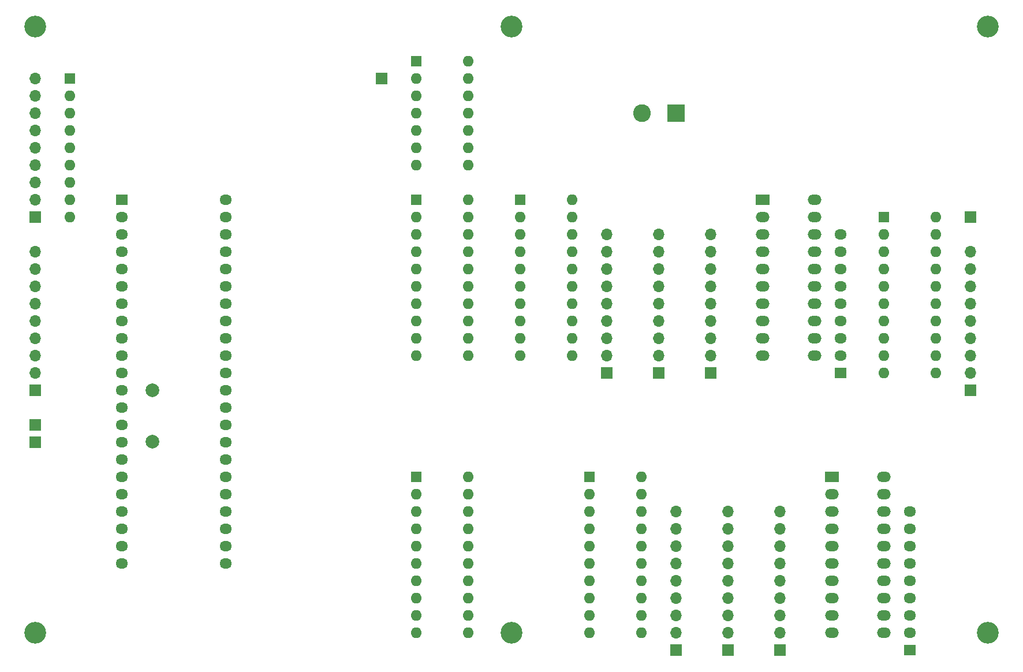
<source format=gbr>
%TF.GenerationSoftware,KiCad,Pcbnew,(5.1.8)-1*%
%TF.CreationDate,2024-01-29T23:39:16+03:00*%
%TF.ProjectId,ROM,524f4d2e-6b69-4636-9164-5f7063625858,rev?*%
%TF.SameCoordinates,Original*%
%TF.FileFunction,Soldermask,Top*%
%TF.FilePolarity,Negative*%
%FSLAX46Y46*%
G04 Gerber Fmt 4.6, Leading zero omitted, Abs format (unit mm)*
G04 Created by KiCad (PCBNEW (5.1.8)-1) date 2024-01-29 23:39:16*
%MOMM*%
%LPD*%
G01*
G04 APERTURE LIST*
%ADD10C,3.200000*%
%ADD11R,1.700000X1.700000*%
%ADD12C,2.000000*%
%ADD13O,1.700000X1.700000*%
%ADD14O,1.800000X1.500000*%
%ADD15R,1.800000X1.500000*%
%ADD16O,2.000000X1.500000*%
%ADD17R,2.000000X1.500000*%
%ADD18O,1.600000X1.600000*%
%ADD19R,1.600000X1.600000*%
%ADD20C,2.600000*%
%ADD21R,2.600000X2.600000*%
G04 APERTURE END LIST*
D10*
%TO.C,H6*%
X85090000Y-104140000D03*
%TD*%
%TO.C,H5*%
X85090000Y-15240000D03*
%TD*%
D11*
%TO.C,J14*%
X15240000Y-76200000D03*
%TD*%
D12*
%TO.C,C1*%
X32385000Y-68580000D03*
X32385000Y-76080000D03*
%TD*%
D13*
%TO.C,J13*%
X114300000Y-45720000D03*
X114300000Y-48260000D03*
X114300000Y-50800000D03*
X114300000Y-53340000D03*
X114300000Y-55880000D03*
X114300000Y-58420000D03*
X114300000Y-60960000D03*
X114300000Y-63500000D03*
D11*
X114300000Y-66040000D03*
%TD*%
D14*
%TO.C,RN3*%
X133350000Y-45720000D03*
X133350000Y-48260000D03*
X133350000Y-50800000D03*
X133350000Y-53340000D03*
X133350000Y-55880000D03*
X133350000Y-58420000D03*
X133350000Y-60960000D03*
X133350000Y-63500000D03*
D15*
X133350000Y-66040000D03*
%TD*%
D16*
%TO.C,BAR2*%
X129540000Y-40640000D03*
X129540000Y-43180000D03*
X129540000Y-45720000D03*
X129540000Y-48260000D03*
X121920000Y-60960000D03*
X121920000Y-63500000D03*
X129540000Y-63500000D03*
X129540000Y-60960000D03*
X121920000Y-58420000D03*
X121920000Y-55880000D03*
X121920000Y-53340000D03*
X121920000Y-50800000D03*
X129540000Y-50800000D03*
X129540000Y-53340000D03*
X129540000Y-55880000D03*
X129540000Y-58420000D03*
X121920000Y-48260000D03*
X121920000Y-45720000D03*
X121920000Y-43180000D03*
D17*
X121920000Y-40640000D03*
%TD*%
D16*
%TO.C,BAR1*%
X139700000Y-81280000D03*
X139700000Y-83820000D03*
X139700000Y-86360000D03*
X139700000Y-88900000D03*
X132080000Y-101600000D03*
X132080000Y-104140000D03*
X139700000Y-104140000D03*
X139700000Y-101600000D03*
X132080000Y-99060000D03*
X132080000Y-96520000D03*
X132080000Y-93980000D03*
X132080000Y-91440000D03*
X139700000Y-91440000D03*
X139700000Y-93980000D03*
X139700000Y-96520000D03*
X139700000Y-99060000D03*
X132080000Y-88900000D03*
X132080000Y-86360000D03*
X132080000Y-83820000D03*
D17*
X132080000Y-81280000D03*
%TD*%
D14*
%TO.C,RN2*%
X143510000Y-86360000D03*
X143510000Y-88900000D03*
X143510000Y-91440000D03*
X143510000Y-93980000D03*
X143510000Y-96520000D03*
X143510000Y-99060000D03*
X143510000Y-101600000D03*
X143510000Y-104140000D03*
D15*
X143510000Y-106680000D03*
%TD*%
D18*
%TO.C,RN1*%
X20320000Y-43180000D03*
X20320000Y-40640000D03*
X20320000Y-38100000D03*
X20320000Y-35560000D03*
X20320000Y-33020000D03*
X20320000Y-30480000D03*
X20320000Y-27940000D03*
X20320000Y-25400000D03*
D19*
X20320000Y-22860000D03*
%TD*%
D14*
%TO.C,U1*%
X43180000Y-91440000D03*
X43180000Y-93980000D03*
X27940000Y-93980000D03*
X27940000Y-91440000D03*
X43180000Y-40640000D03*
X27940000Y-88900000D03*
X43180000Y-43180000D03*
X27940000Y-86360000D03*
X43180000Y-45720000D03*
X27940000Y-83820000D03*
X43180000Y-48260000D03*
X27940000Y-81280000D03*
X43180000Y-50800000D03*
X27940000Y-78740000D03*
X43180000Y-53340000D03*
X27940000Y-76200000D03*
X43180000Y-55880000D03*
X27940000Y-73660000D03*
X43180000Y-58420000D03*
X27940000Y-71120000D03*
X43180000Y-60960000D03*
X27940000Y-68580000D03*
X43180000Y-63500000D03*
X27940000Y-66040000D03*
X43180000Y-66040000D03*
X27940000Y-63500000D03*
X43180000Y-68580000D03*
X27940000Y-60960000D03*
X43180000Y-71120000D03*
X27940000Y-58420000D03*
X43180000Y-73660000D03*
X27940000Y-55880000D03*
X43180000Y-76200000D03*
X27940000Y-53340000D03*
X43180000Y-78740000D03*
X27940000Y-50800000D03*
X43180000Y-81280000D03*
X27940000Y-48260000D03*
X43180000Y-83820000D03*
X27940000Y-45720000D03*
X43180000Y-86360000D03*
X27940000Y-43180000D03*
X43180000Y-88900000D03*
D15*
X27940000Y-40640000D03*
%TD*%
D10*
%TO.C,H4*%
X154940000Y-104140000D03*
%TD*%
%TO.C,H3*%
X15240000Y-104140000D03*
%TD*%
%TO.C,H2*%
X154940000Y-15240000D03*
%TD*%
%TO.C,H1*%
X15240000Y-15240000D03*
%TD*%
D13*
%TO.C,J12*%
X15240000Y-22860000D03*
X15240000Y-25400000D03*
X15240000Y-27940000D03*
X15240000Y-30480000D03*
X15240000Y-33020000D03*
X15240000Y-35560000D03*
X15240000Y-38100000D03*
X15240000Y-40640000D03*
D11*
X15240000Y-43180000D03*
%TD*%
D13*
%TO.C,J3*%
X15240000Y-48260000D03*
X15240000Y-50800000D03*
X15240000Y-53340000D03*
X15240000Y-55880000D03*
X15240000Y-58420000D03*
X15240000Y-60960000D03*
X15240000Y-63500000D03*
X15240000Y-66040000D03*
D11*
X15240000Y-68580000D03*
%TD*%
%TO.C,J11*%
X152400000Y-43180000D03*
%TD*%
%TO.C,J10*%
X66040000Y-22860000D03*
%TD*%
%TO.C,J9*%
X15240000Y-73660000D03*
%TD*%
D13*
%TO.C,J8*%
X106680000Y-45720000D03*
X106680000Y-48260000D03*
X106680000Y-50800000D03*
X106680000Y-53340000D03*
X106680000Y-55880000D03*
X106680000Y-58420000D03*
X106680000Y-60960000D03*
X106680000Y-63500000D03*
D11*
X106680000Y-66040000D03*
%TD*%
D13*
%TO.C,J7*%
X99060000Y-45720000D03*
X99060000Y-48260000D03*
X99060000Y-50800000D03*
X99060000Y-53340000D03*
X99060000Y-55880000D03*
X99060000Y-58420000D03*
X99060000Y-60960000D03*
X99060000Y-63500000D03*
D11*
X99060000Y-66040000D03*
%TD*%
D13*
%TO.C,J6*%
X124460000Y-86360000D03*
X124460000Y-88900000D03*
X124460000Y-91440000D03*
X124460000Y-93980000D03*
X124460000Y-96520000D03*
X124460000Y-99060000D03*
X124460000Y-101600000D03*
X124460000Y-104140000D03*
D11*
X124460000Y-106680000D03*
%TD*%
D13*
%TO.C,J5*%
X116840000Y-86360000D03*
X116840000Y-88900000D03*
X116840000Y-91440000D03*
X116840000Y-93980000D03*
X116840000Y-96520000D03*
X116840000Y-99060000D03*
X116840000Y-101600000D03*
X116840000Y-104140000D03*
D11*
X116840000Y-106680000D03*
%TD*%
D20*
%TO.C,J4*%
X104220000Y-27940000D03*
D21*
X109220000Y-27940000D03*
%TD*%
D13*
%TO.C,J2*%
X152400000Y-48260000D03*
X152400000Y-50800000D03*
X152400000Y-53340000D03*
X152400000Y-55880000D03*
X152400000Y-58420000D03*
X152400000Y-60960000D03*
X152400000Y-63500000D03*
X152400000Y-66040000D03*
D11*
X152400000Y-68580000D03*
%TD*%
D13*
%TO.C,J1*%
X109220000Y-86360000D03*
X109220000Y-88900000D03*
X109220000Y-91440000D03*
X109220000Y-93980000D03*
X109220000Y-96520000D03*
X109220000Y-99060000D03*
X109220000Y-101600000D03*
X109220000Y-104140000D03*
D11*
X109220000Y-106680000D03*
%TD*%
D18*
%TO.C,U7*%
X104140000Y-81280000D03*
X96520000Y-104140000D03*
X104140000Y-83820000D03*
X96520000Y-101600000D03*
X104140000Y-86360000D03*
X96520000Y-99060000D03*
X104140000Y-88900000D03*
X96520000Y-96520000D03*
X104140000Y-91440000D03*
X96520000Y-93980000D03*
X104140000Y-93980000D03*
X96520000Y-91440000D03*
X104140000Y-96520000D03*
X96520000Y-88900000D03*
X104140000Y-99060000D03*
X96520000Y-86360000D03*
X104140000Y-101600000D03*
X96520000Y-83820000D03*
X104140000Y-104140000D03*
D19*
X96520000Y-81280000D03*
%TD*%
D18*
%TO.C,U6*%
X78740000Y-20320000D03*
X71120000Y-35560000D03*
X78740000Y-22860000D03*
X71120000Y-33020000D03*
X78740000Y-25400000D03*
X71120000Y-30480000D03*
X78740000Y-27940000D03*
X71120000Y-27940000D03*
X78740000Y-30480000D03*
X71120000Y-25400000D03*
X78740000Y-33020000D03*
X71120000Y-22860000D03*
X78740000Y-35560000D03*
D19*
X71120000Y-20320000D03*
%TD*%
D18*
%TO.C,U5*%
X147320000Y-43180000D03*
X139700000Y-66040000D03*
X147320000Y-45720000D03*
X139700000Y-63500000D03*
X147320000Y-48260000D03*
X139700000Y-60960000D03*
X147320000Y-50800000D03*
X139700000Y-58420000D03*
X147320000Y-53340000D03*
X139700000Y-55880000D03*
X147320000Y-55880000D03*
X139700000Y-53340000D03*
X147320000Y-58420000D03*
X139700000Y-50800000D03*
X147320000Y-60960000D03*
X139700000Y-48260000D03*
X147320000Y-63500000D03*
X139700000Y-45720000D03*
X147320000Y-66040000D03*
D19*
X139700000Y-43180000D03*
%TD*%
D18*
%TO.C,U4*%
X93980000Y-40640000D03*
X86360000Y-63500000D03*
X93980000Y-43180000D03*
X86360000Y-60960000D03*
X93980000Y-45720000D03*
X86360000Y-58420000D03*
X93980000Y-48260000D03*
X86360000Y-55880000D03*
X93980000Y-50800000D03*
X86360000Y-53340000D03*
X93980000Y-53340000D03*
X86360000Y-50800000D03*
X93980000Y-55880000D03*
X86360000Y-48260000D03*
X93980000Y-58420000D03*
X86360000Y-45720000D03*
X93980000Y-60960000D03*
X86360000Y-43180000D03*
X93980000Y-63500000D03*
D19*
X86360000Y-40640000D03*
%TD*%
D18*
%TO.C,U3*%
X78740000Y-40640000D03*
X71120000Y-63500000D03*
X78740000Y-43180000D03*
X71120000Y-60960000D03*
X78740000Y-45720000D03*
X71120000Y-58420000D03*
X78740000Y-48260000D03*
X71120000Y-55880000D03*
X78740000Y-50800000D03*
X71120000Y-53340000D03*
X78740000Y-53340000D03*
X71120000Y-50800000D03*
X78740000Y-55880000D03*
X71120000Y-48260000D03*
X78740000Y-58420000D03*
X71120000Y-45720000D03*
X78740000Y-60960000D03*
X71120000Y-43180000D03*
X78740000Y-63500000D03*
D19*
X71120000Y-40640000D03*
%TD*%
D18*
%TO.C,U2*%
X78740000Y-81280000D03*
X71120000Y-104140000D03*
X78740000Y-83820000D03*
X71120000Y-101600000D03*
X78740000Y-86360000D03*
X71120000Y-99060000D03*
X78740000Y-88900000D03*
X71120000Y-96520000D03*
X78740000Y-91440000D03*
X71120000Y-93980000D03*
X78740000Y-93980000D03*
X71120000Y-91440000D03*
X78740000Y-96520000D03*
X71120000Y-88900000D03*
X78740000Y-99060000D03*
X71120000Y-86360000D03*
X78740000Y-101600000D03*
X71120000Y-83820000D03*
X78740000Y-104140000D03*
D19*
X71120000Y-81280000D03*
%TD*%
M02*

</source>
